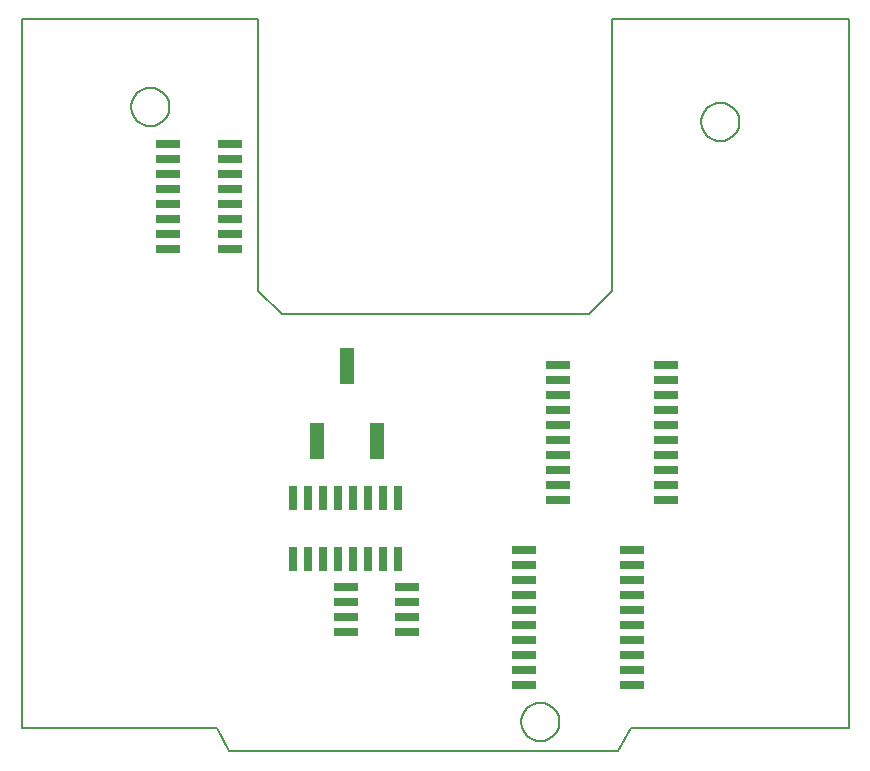
<source format=gbr>
G04 PROTEUS GERBER X2 FILE*
%TF.GenerationSoftware,Labcenter,Proteus,8.12-SP2-Build31155*%
%TF.CreationDate,2024-12-03T23:36:33+00:00*%
%TF.FileFunction,Paste,Top*%
%TF.FilePolarity,Positive*%
%TF.Part,Single*%
%TF.SameCoordinates,{80aaee04-2193-4ab7-8769-78595995fdec}*%
%FSLAX45Y45*%
%MOMM*%
G01*
%TA.AperFunction,Material*%
%ADD39R,2.032000X0.635000*%
%TA.AperFunction,Material*%
%ADD40R,0.635000X2.032000*%
%TA.AperFunction,Material*%
%ADD41R,1.270000X3.048000*%
%TA.AperFunction,Profile*%
%ADD71C,0.203200*%
%TD.AperFunction*%
D39*
X+5457200Y+1928500D03*
X+5457200Y+2055500D03*
X+5457200Y+2182500D03*
X+5457200Y+2309500D03*
X+5457200Y+2436500D03*
X+5457200Y+2563500D03*
X+5457200Y+2690500D03*
X+5457200Y+2817500D03*
X+5457200Y+2944500D03*
X+5457200Y+3071500D03*
X+4542800Y+3071500D03*
X+4542800Y+2944500D03*
X+4542800Y+2817500D03*
X+4542800Y+2690500D03*
X+4542800Y+2563500D03*
X+4542800Y+2436500D03*
X+4542800Y+2309500D03*
X+4542800Y+2182500D03*
X+4542800Y+2055500D03*
X+4542800Y+1928500D03*
X+1239650Y+4944500D03*
X+1239650Y+4817500D03*
X+1239650Y+4690500D03*
X+1239650Y+4563500D03*
X+1239650Y+4436500D03*
X+1239650Y+4309500D03*
X+1239650Y+4182500D03*
X+1239650Y+4055500D03*
X+1760350Y+4055500D03*
X+1760350Y+4182500D03*
X+1760350Y+4309500D03*
X+1760350Y+4436500D03*
X+1760350Y+4563500D03*
X+1760350Y+4690500D03*
X+1760350Y+4817500D03*
X+1760350Y+4944500D03*
X+2739650Y+1190500D03*
X+2739650Y+1063500D03*
X+2739650Y+936500D03*
X+2739650Y+809500D03*
X+3260350Y+809500D03*
X+3260350Y+936500D03*
X+3260350Y+1063500D03*
X+3260350Y+1190500D03*
D40*
X+3184150Y+1946850D03*
X+3057150Y+1946850D03*
X+2930150Y+1946850D03*
X+2803150Y+1946850D03*
X+2676150Y+1946850D03*
X+2549150Y+1946850D03*
X+2422150Y+1946850D03*
X+2295150Y+1946850D03*
X+2295150Y+1426150D03*
X+2422150Y+1426150D03*
X+2549150Y+1426150D03*
X+2676150Y+1426150D03*
X+2803150Y+1426150D03*
X+2930150Y+1426150D03*
X+3057150Y+1426150D03*
X+3184150Y+1426150D03*
D39*
X+4250000Y+1504000D03*
X+4250000Y+1377000D03*
X+4250000Y+1250000D03*
X+4250000Y+1123000D03*
X+4250000Y+996000D03*
X+4250000Y+869000D03*
X+4250000Y+742000D03*
X+4250000Y+615000D03*
X+4250000Y+488000D03*
X+4250000Y+361000D03*
X+5164400Y+361000D03*
X+5164400Y+488000D03*
X+5164400Y+615000D03*
X+5164400Y+742000D03*
X+5164400Y+869000D03*
X+5164400Y+996000D03*
X+5164400Y+1123000D03*
X+5164400Y+1250000D03*
X+5164400Y+1377000D03*
X+5164400Y+1504000D03*
D41*
X+2496000Y+2432500D03*
X+3004000Y+2432500D03*
X+2750000Y+3067500D03*
D71*
X+0Y+0D02*
X+1650000Y+0D01*
X+7000000Y+0D02*
X+7000000Y+6000000D01*
X+5000000Y+6000000D01*
X+5000000Y+3700000D01*
X+4800000Y+3500000D01*
X+2200000Y+3500000D01*
X+2000000Y+3700000D02*
X+2000000Y+6000000D01*
X+0Y+6000000D01*
X+0Y+0D01*
X+2000000Y+3700000D02*
X+2200000Y+3500000D01*
X+5160000Y+0D02*
X+7000000Y+0D01*
X+1750000Y-200000D02*
X+5050000Y-200000D01*
X+1650000Y+0D02*
X+1750000Y-200000D01*
X+5160000Y+0D02*
X+5050000Y-200000D01*
X+4550045Y+50000D02*
X+4549508Y+63142D01*
X+4545144Y+89427D01*
X+4536029Y+115712D01*
X+4521182Y+141997D01*
X+4498470Y+168118D01*
X+4472185Y+187898D01*
X+4445900Y+200658D01*
X+4419615Y+208108D01*
X+4393330Y+210987D01*
X+4389000Y+211045D01*
X+4227955Y+50000D02*
X+4228492Y+63142D01*
X+4232856Y+89427D01*
X+4241971Y+115712D01*
X+4256818Y+141997D01*
X+4279530Y+168118D01*
X+4305815Y+187898D01*
X+4332100Y+200658D01*
X+4358385Y+208108D01*
X+4384670Y+210987D01*
X+4389000Y+211045D01*
X+4227955Y+50000D02*
X+4228492Y+36858D01*
X+4232856Y+10573D01*
X+4241971Y-15712D01*
X+4256818Y-41997D01*
X+4279530Y-68118D01*
X+4305815Y-87898D01*
X+4332100Y-100658D01*
X+4358385Y-108108D01*
X+4384670Y-110987D01*
X+4389000Y-111045D01*
X+4550045Y+50000D02*
X+4549508Y+36858D01*
X+4545144Y+10573D01*
X+4536029Y-15712D01*
X+4521182Y-41997D01*
X+4498470Y-68118D01*
X+4472185Y-87898D01*
X+4445900Y-100658D01*
X+4419615Y-108108D01*
X+4393330Y-110987D01*
X+4389000Y-111045D01*
X+6074045Y+5130000D02*
X+6073508Y+5143142D01*
X+6069144Y+5169427D01*
X+6060029Y+5195712D01*
X+6045182Y+5221997D01*
X+6022470Y+5248118D01*
X+5996185Y+5267898D01*
X+5969900Y+5280658D01*
X+5943615Y+5288108D01*
X+5917330Y+5290987D01*
X+5913000Y+5291045D01*
X+5751955Y+5130000D02*
X+5752492Y+5143142D01*
X+5756856Y+5169427D01*
X+5765971Y+5195712D01*
X+5780818Y+5221997D01*
X+5803530Y+5248118D01*
X+5829815Y+5267898D01*
X+5856100Y+5280658D01*
X+5882385Y+5288108D01*
X+5908670Y+5290987D01*
X+5913000Y+5291045D01*
X+5751955Y+5130000D02*
X+5752492Y+5116858D01*
X+5756856Y+5090573D01*
X+5765971Y+5064288D01*
X+5780818Y+5038003D01*
X+5803530Y+5011882D01*
X+5829815Y+4992102D01*
X+5856100Y+4979342D01*
X+5882385Y+4971892D01*
X+5908670Y+4969013D01*
X+5913000Y+4968955D01*
X+6074045Y+5130000D02*
X+6073508Y+5116858D01*
X+6069144Y+5090573D01*
X+6060029Y+5064288D01*
X+6045182Y+5038003D01*
X+6022470Y+5011882D01*
X+5996185Y+4992102D01*
X+5969900Y+4979342D01*
X+5943615Y+4971892D01*
X+5917330Y+4969013D01*
X+5913000Y+4968955D01*
X+1248045Y+5257000D02*
X+1247508Y+5270142D01*
X+1243144Y+5296427D01*
X+1234029Y+5322712D01*
X+1219182Y+5348997D01*
X+1196470Y+5375118D01*
X+1170185Y+5394898D01*
X+1143900Y+5407658D01*
X+1117615Y+5415108D01*
X+1091330Y+5417987D01*
X+1087000Y+5418045D01*
X+925955Y+5257000D02*
X+926492Y+5270142D01*
X+930856Y+5296427D01*
X+939971Y+5322712D01*
X+954818Y+5348997D01*
X+977530Y+5375118D01*
X+1003815Y+5394898D01*
X+1030100Y+5407658D01*
X+1056385Y+5415108D01*
X+1082670Y+5417987D01*
X+1087000Y+5418045D01*
X+925955Y+5257000D02*
X+926492Y+5243858D01*
X+930856Y+5217573D01*
X+939971Y+5191288D01*
X+954818Y+5165003D01*
X+977530Y+5138882D01*
X+1003815Y+5119102D01*
X+1030100Y+5106342D01*
X+1056385Y+5098892D01*
X+1082670Y+5096013D01*
X+1087000Y+5095955D01*
X+1248045Y+5257000D02*
X+1247508Y+5243858D01*
X+1243144Y+5217573D01*
X+1234029Y+5191288D01*
X+1219182Y+5165003D01*
X+1196470Y+5138882D01*
X+1170185Y+5119102D01*
X+1143900Y+5106342D01*
X+1117615Y+5098892D01*
X+1091330Y+5096013D01*
X+1087000Y+5095955D01*
M02*

</source>
